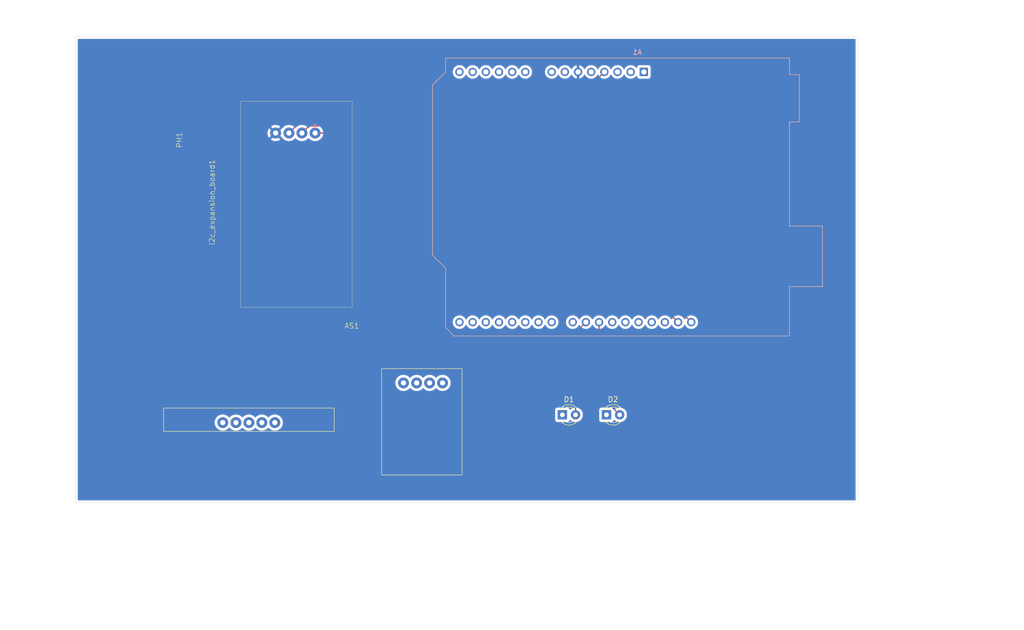
<source format=kicad_pcb>
(kicad_pcb (version 20241229) (generator "pcbnew") (generator_version "9.0")
  (layers (0 "F.Cu" signal) (2 "B.Cu" signal) (13 "F.Paste" user) (15 "B.Paste" user) (5 "F.SilkS" user "F.Silkscreen") (7 "B.SilkS" user "B.Silkscreen") (1 "F.Mask" user) (3 "B.Mask" user) (25 "Edge.Cuts" user))
  (net 0 "")
  (net 8 "Net-(A1-3V3)")
  (net 13 "GND")
  (net 23 "Net-(A1-D10)")
  (net 28 "Net-(A1-D9)")
  (net 31 "Net-(i2c_expansion_board1-SDA)")
  (net 32 "Net-(i2c_expansion_board1-SCL)")
  (footprint "arise2025:i2c expansion board" (layer "F.Cu") (at 103.15 78.525 90)
    (property "Reference" "i2c_expansion_board1" (at 25.5 -27.75 90) (layer "F.SilkS") (effects (font (thickness 0.1))))
    (property "Value" "~")
    (fp_rect (start 45 -22.25) (end 5.25 -0.75) (stroke (width 0.05)) (fill no) (layer "F.SilkS"))
    (pad "1" thru_hole circle (at 38.87 -15.5 90) (size 2.1 2.1) (drill 1) (layers "*.Cu" "*.Mask") (net 13 "GND"))
    (pad "2" thru_hole circle (at 38.87 -12.92 90) (size 2.1 2.1) (drill 1) (layers "*.Cu" "*.Mask") (net 8 "Net-(A1-3V3)"))
    (pad "3" thru_hole circle (at 38.87 -10.42 90) (size 2.1 2.1) (drill 1) (layers "*.Cu" "*.Mask") (net 32 "Net-(i2c_expansion_board1-SCL)"))
    (pad "4" thru_hole circle (at 38.87 -7.88 90) (size 2.1 2.1) (drill 1) (layers "*.Cu" "*.Mask") (net 31 "Net-(i2c_expansion_board1-SDA)"))
  )
  (footprint "LED_THT:LED_D3.0mm" (layer "F.Cu") (at 142.96 94)
    (property "Reference" "D1" (at 1.27 -2.96 0) (layer "F.SilkS"))
    (property "Value" "LED")
    (fp_line (start -0.29 -1.236) (end -0.29 -1.08) (stroke (width 0.12)) (layer "F.SilkS"))
    (fp_line (start -0.29 1.08) (end -0.29 1.236) (stroke (width 0.12)) (layer "F.SilkS"))
    (fp_arc (start -0.29 -1.235516) (mid 1.36566 -1.987699) (end 2.941437 -1.08) (stroke (width 0.12)) (layer "F.SilkS"))
    (fp_arc (start 0.229039 -1.08) (mid 1.27 -1.5) (end 2.310961 -1.08) (stroke (width 0.12)) (layer "F.SilkS"))
    (fp_arc (start 2.310961 1.08) (mid 1.27 1.5) (end 0.229039 1.08) (stroke (width 0.12)) (layer "F.SilkS"))
    (fp_arc (start 2.941437 1.08) (mid 1.36566 1.987699) (end -0.29 1.235516) (stroke (width 0.12)) (layer "F.SilkS"))
    (pad "1" thru_hole rect (at 0 0) (size 1.8 1.8) (drill 0.9) (layers "*.Cu" "*.Mask"))
    (pad "2" thru_hole circle (at 2.54 0) (size 1.8 1.8) (drill 0.9) (layers "*.Cu" "*.Mask") (net 28 "Net-(A1-D9)"))
  )
  (footprint "arise2025:atlasPHboard" (layer "F.Cu") (at 64.75 98.5)
    (property "Reference" "PH1" (at 4.34 -57.495 90) (layer "F.SilkS") (effects (font (thickness 0.1))))
    (property "Value" "~")
    (fp_rect (start 1.3 -5.8) (end 34.2 -1.3) (stroke (width 0.1)) (fill no) (layer "F.SilkS"))
    (pad "1" thru_hole circle (at 12.71 -3) (size 2.1 2.1) (drill 1) (layers "*.Cu" "*.Mask"))
    (pad "2" thru_hole circle (at 15.25 -3) (size 2.1 2.1) (drill 1) (layers "*.Cu" "*.Mask"))
    (pad "3" thru_hole circle (at 17.75 -3) (size 2.1 2.1) (drill 1) (layers "*.Cu" "*.Mask"))
    (pad "4" thru_hole circle (at 20.25 -3) (size 2.1 2.1) (drill 1) (layers "*.Cu" "*.Mask"))
    (pad "5" thru_hole circle (at 22.75 -3) (size 2.1 2.1) (drill 1) (layers "*.Cu" "*.Mask"))
  )
  (footprint "LED_THT:LED_D3.0mm" (layer "F.Cu") (at 151.46 94)
    (property "Reference" "D2" (at 1.27 -2.96 0) (layer "F.SilkS"))
    (property "Value" "LED")
    (fp_line (start -0.29 -1.236) (end -0.29 -1.08) (stroke (width 0.12)) (layer "F.SilkS"))
    (fp_line (start -0.29 1.08) (end -0.29 1.236) (stroke (width 0.12)) (layer "F.SilkS"))
    (fp_arc (start -0.29 -1.235516) (mid 1.36566 -1.987699) (end 2.941437 -1.08) (stroke (width 0.12)) (layer "F.SilkS"))
    (fp_arc (start 0.229039 -1.08) (mid 1.27 -1.5) (end 2.310961 -1.08) (stroke (width 0.12)) (layer "F.SilkS"))
    (fp_arc (start 2.310961 1.08) (mid 1.27 1.5) (end 0.229039 1.08) (stroke (width 0.12)) (layer "F.SilkS"))
    (fp_arc (start 2.941437 1.08) (mid 1.36566 1.987699) (end -0.29 1.235516) (stroke (width 0.12)) (layer "F.SilkS"))
    (pad "1" thru_hole rect (at 0 0) (size 1.8 1.8) (drill 0.9) (layers "*.Cu" "*.Mask"))
    (pad "2" thru_hole circle (at 2.54 0) (size 1.8 1.8) (drill 0.9) (layers "*.Cu" "*.Mask") (net 23 "Net-(A1-D10)"))
  )
  (footprint "arise2025:as7341" (layer "F.Cu") (at 102.35 77.35)
    (property "Reference" "AS1" (at 0 -0.5 0) (layer "F.SilkS") (effects (font (thickness 0.1))))
    (property "Value" "~")
    (fp_rect (start 5.75 7.75) (end 21.25 28.25) (stroke (width 0.1)) (fill no) (layer "F.SilkS"))
    (pad "1" thru_hole circle (at 9.96 10.5) (size 2.1 2.1) (drill 1) (layers "*.Cu" "*.Mask" "Eco1.User"))
    (pad "2" thru_hole circle (at 12.5 10.5) (size 2.1 2.1) (drill 1) (layers "*.Cu" "*.Mask" "Eco1.User"))
    (pad "3" thru_hole circle (at 15 10.5) (size 2.1 2.1) (drill 1) (layers "*.Cu" "*.Mask" "Eco1.User"))
    (pad "4" thru_hole circle (at 17.5 10.5) (size 2.1 2.1) (drill 1) (layers "*.Cu" "*.Mask" "Eco1.User"))
  )
  (footprint "Module:Arduino_UNO_R3" (layer "B.Cu") (at 158.675 27.87 180)
    (property "Reference" "A1" (at 1.27 3.81 0) (layer "B.SilkS") (effects (justify mirror)))
    (property "Value" "Arduino_UNO_R3")
    (fp_line (start 40.77 -2.54) (end 38.23 0) (stroke (width 0.12)) (layer "B.SilkS"))
    (fp_line (start 40.77 -35.31) (end 40.77 -2.54) (stroke (width 0.12)) (layer "B.SilkS"))
    (fp_line (start 38.23 2.67) (end -28.07 2.67) (stroke (width 0.12)) (layer "B.SilkS"))
    (fp_line (start 38.23 0) (end 38.23 2.67) (stroke (width 0.12)) (layer "B.SilkS"))
    (fp_line (start 38.23 -37.85) (end 40.77 -35.31) (stroke (width 0.12)) (layer "B.SilkS"))
    (fp_line (start 38.23 -49.28) (end 38.23 -37.85) (stroke (width 0.12)) (layer "B.SilkS"))
    (fp_line (start 36.58 -50.93) (end 38.23 -49.28) (stroke (width 0.12)) (layer "B.SilkS"))
    (fp_line (start -28.07 2.67) (end -28.07 -0.51) (stroke (width 0.12)) (layer "B.SilkS"))
    (fp_line (start -28.07 -0.51) (end -29.97 -0.51) (stroke (width 0.12)) (layer "B.SilkS"))
    (fp_line (start -28.07 -9.65) (end -28.07 -29.72) (stroke (width 0.12)) (layer "B.SilkS"))
    (fp_line (start -28.07 -29.72) (end -34.42 -29.72) (stroke (width 0.12)) (layer "B.SilkS"))
    (fp_line (start -28.07 -41.4) (end -28.07 -50.93) (stroke (width 0.12)) (layer "B.SilkS"))
    (fp_line (start -28.07 -50.93) (end 36.58 -50.93) (stroke (width 0.12)) (layer "B.SilkS"))
    (fp_line (start -29.97 -0.51) (end -29.97 -9.65) (stroke (width 0.12)) (layer "B.SilkS"))
    (fp_line (start -29.97 -9.65) (end -28.07 -9.65) (stroke (width 0.12)) (layer "B.SilkS"))
    (fp_line (start -34.42 -29.72) (end -34.42 -41.4) (stroke (width 0.12)) (layer "B.SilkS"))
    (fp_line (start -34.42 -41.4) (end -28.07 -41.4) (stroke (width 0.12)) (layer "B.SilkS"))
    (pad "1" thru_hole rect (at 0 0 90) (size 1.6 1.6) (drill 1) (layers "*.Cu" "*.Mask"))
    (pad "2" thru_hole oval (at 2.54 0 90) (size 1.6 1.6) (drill 1) (layers "*.Cu" "*.Mask"))
    (pad "3" thru_hole oval (at 5.08 0 90) (size 1.6 1.6) (drill 1) (layers "*.Cu" "*.Mask"))
    (pad "4" thru_hole oval (at 7.62 0 90) (size 1.6 1.6) (drill 1) (layers "*.Cu" "*.Mask") (net 8 "Net-(A1-3V3)"))
    (pad "5" thru_hole oval (at 10.16 0 90) (size 1.6 1.6) (drill 1) (layers "*.Cu" "*.Mask"))
    (pad "6" thru_hole oval (at 12.7 0 90) (size 1.6 1.6) (drill 1) (layers "*.Cu" "*.Mask") (net 13 "GND"))
    (pad "7" thru_hole oval (at 15.24 0 90) (size 1.6 1.6) (drill 1) (layers "*.Cu" "*.Mask"))
    (pad "8" thru_hole oval (at 17.78 0 90) (size 1.6 1.6) (drill 1) (layers "*.Cu" "*.Mask"))
    (pad "9" thru_hole oval (at 22.86 0 90) (size 1.6 1.6) (drill 1) (layers "*.Cu" "*.Mask"))
    (pad "10" thru_hole oval (at 25.4 0 90) (size 1.6 1.6) (drill 1) (layers "*.Cu" "*.Mask"))
    (pad "11" thru_hole oval (at 27.94 0 90) (size 1.6 1.6) (drill 1) (layers "*.Cu" "*.Mask"))
    (pad "12" thru_hole oval (at 30.48 0 90) (size 1.6 1.6) (drill 1) (layers "*.Cu" "*.Mask"))
    (pad "13" thru_hole oval (at 33.02 0 90) (size 1.6 1.6) (drill 1) (layers "*.Cu" "*.Mask"))
    (pad "14" thru_hole oval (at 35.56 0 90) (size 1.6 1.6) (drill 1) (layers "*.Cu" "*.Mask"))
    (pad "15" thru_hole oval (at 35.56 -48.26 90) (size 1.6 1.6) (drill 1) (layers "*.Cu" "*.Mask"))
    (pad "16" thru_hole oval (at 33.02 -48.26 90) (size 1.6 1.6) (drill 1) (layers "*.Cu" "*.Mask"))
    (pad "17" thru_hole oval (at 30.48 -48.26 90) (size 1.6 1.6) (drill 1) (layers "*.Cu" "*.Mask"))
    (pad "18" thru_hole oval (at 27.94 -48.26 90) (size 1.6 1.6) (drill 1) (layers "*.Cu" "*.Mask"))
    (pad "19" thru_hole oval (at 25.4 -48.26 90) (size 1.6 1.6) (drill 1) (layers "*.Cu" "*.Mask"))
    (pad "20" thru_hole oval (at 22.86 -48.26 90) (size 1.6 1.6) (drill 1) (layers "*.Cu" "*.Mask"))
    (pad "21" thru_hole oval (at 20.32 -48.26 90) (size 1.6 1.6) (drill 1) (layers "*.Cu" "*.Mask"))
    (pad "22" thru_hole oval (at 17.78 -48.26 90) (size 1.6 1.6) (drill 1) (layers "*.Cu" "*.Mask"))
    (pad "23" thru_hole oval (at 13.72 -48.26 90) (size 1.6 1.6) (drill 1) (layers "*.Cu" "*.Mask"))
    (pad "24" thru_hole oval (at 11.18 -48.26 90) (size 1.6 1.6) (drill 1) (layers "*.Cu" "*.Mask") (net 28 "Net-(A1-D9)"))
    (pad "25" thru_hole oval (at 8.64 -48.26 90) (size 1.6 1.6) (drill 1) (layers "*.Cu" "*.Mask") (net 23 "Net-(A1-D10)"))
    (pad "26" thru_hole oval (at 6.1 -48.26 90) (size 1.6 1.6) (drill 1) (layers "*.Cu" "*.Mask"))
    (pad "27" thru_hole oval (at 3.56 -48.26 90) (size 1.6 1.6) (drill 1) (layers "*.Cu" "*.Mask"))
    (pad "28" thru_hole oval (at 1.02 -48.26 90) (size 1.6 1.6) (drill 1) (layers "*.Cu" "*.Mask"))
    (pad "29" thru_hole oval (at -1.52 -48.26 90) (size 1.6 1.6) (drill 1) (layers "*.Cu" "*.Mask"))
    (pad "30" thru_hole oval (at -4.06 -48.26 90) (size 1.6 1.6) (drill 1) (layers "*.Cu" "*.Mask"))
    (pad "31" thru_hole oval (at -6.6 -48.26 90) (size 1.6 1.6) (drill 1) (layers "*.Cu" "*.Mask") (net 31 "Net-(i2c_expansion_board1-SDA)"))
    (pad "32" thru_hole oval (at -9.14 -48.26 90) (size 1.6 1.6) (drill 1) (layers "*.Cu" "*.Mask") (net 32 "Net-(i2c_expansion_board1-SCL)"))
  )
  (gr_rect (start 49 21) (end 200 111) (stroke (width 0.05)) (fill no) (layer "Edge.Cuts"))
  (segment (start 141.425 37.5) (end 151.055 27.87) (width 0.2) (layer "F.Cu") (net 8))
  (segment (start 92.385 37.5) (end 141.425 37.5) (width 0.2) (layer "F.Cu") (net 8))
  (segment (start 90.23 39.655) (end 92.385 37.5) (width 0.2) (layer "F.Cu") (net 8))
  (segment (start 150.035 90.035) (end 150.035 76.13) (width 0.2) (layer "F.Cu") (net 23))
  (segment (start 154 94) (end 150.035 90.035) (width 0.2) (layer "F.Cu") (net 23))
  (segment (start 145.5 78.125) (end 147.495 76.13) (width 0.2) (layer "F.Cu") (net 28))
  (segment (start 145.5 94) (end 145.5 78.125) (width 0.2) (layer "F.Cu") (net 28))
  (segment (start 128.8 39.655) (end 165.275 76.13) (width 0.2) (layer "F.Cu") (net 31))
  (segment (start 95.27 39.655) (end 128.8 39.655) (width 0.2) (layer "F.Cu") (net 31))
  (segment (start 92.73 39.655) (end 94.081 38.304) (width 0.2) (layer "F.Cu") (net 32))
  (segment (start 129.989 38.304) (end 167.815 76.13) (width 0.2) (layer "F.Cu") (net 32))
  (segment (start 94.081 38.304) (end 129.989 38.304) (width 0.2) (layer "F.Cu") (net 32))
  (zone (net 13) (net_name "GND") (layer "B.Cu") (connect_pads (clearance 0.5)) (min_thickness 0.25) (fill yes (thermal_gap 0.5) (thermal_bridge_width 0.5))
    (polygon (pts (xy 38.5 20) (xy 34.5 117) (xy 232 135.5) (xy 212.5 14)))
  )
)
</source>
